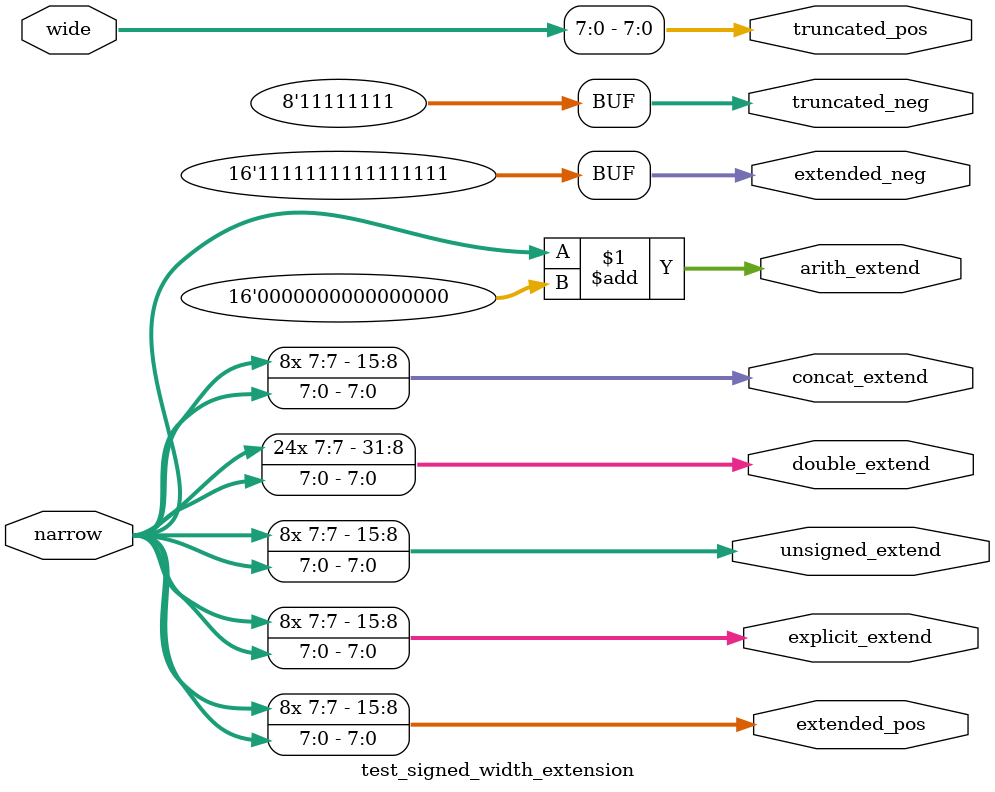
<source format=v>
module test_signed_width_extension(
    input signed [7:0] narrow,
    input signed [15:0] wide,
    output wire signed [15:0] extended_pos,
    output wire signed [15:0] extended_neg,
    output wire signed [7:0] truncated_pos,
    output wire signed [7:0] truncated_neg,
    output wire signed [15:0] explicit_extend,
    output wire [15:0] unsigned_extend,
    output wire signed [31:0] double_extend,
    output wire signed [15:0] arith_extend,
    output wire signed [15:0] concat_extend
);
    // Automatic sign extension
    assign extended_pos = narrow;  // Should sign-extend positive
    assign extended_neg = 8'shFF;  // Should sign-extend -1 to 16'hFFFF

    // Truncation
    assign truncated_pos = wide;
    assign truncated_neg = 16'shFFFF;  // Truncate -1 to 8'hFF

    // Explicit sign extension using $signed
    assign explicit_extend = $signed(narrow);
    assign unsigned_extend = narrow;  // What happens without $signed?

    // Double extension: 8 -> 16 -> 32
    assign double_extend = $signed(narrow);

    // Sign extension via arithmetic
    assign arith_extend = narrow + 16'sh0000;

    // Sign extension via concatenation (manual)
    assign concat_extend = {{8{narrow[7]}}, narrow};
endmodule

</source>
